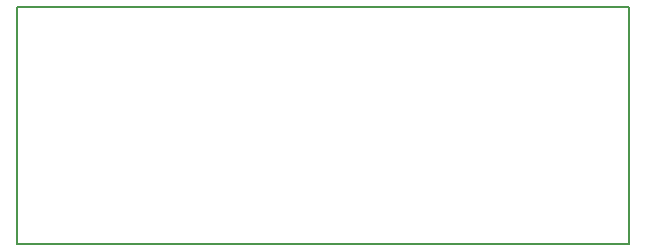
<source format=gko>
G04*
G04 #@! TF.GenerationSoftware,Altium Limited,Altium Designer,19.1.8 (144)*
G04*
G04 Layer_Color=16711935*
%FSLAX23Y23*%
%MOIN*%
G70*
G01*
G75*
%ADD14C,0.008*%
D14*
X-356Y394D02*
X1685D01*
Y-394D02*
Y394D01*
X-356Y-394D02*
X1685D01*
X-356D02*
Y394D01*
M02*

</source>
